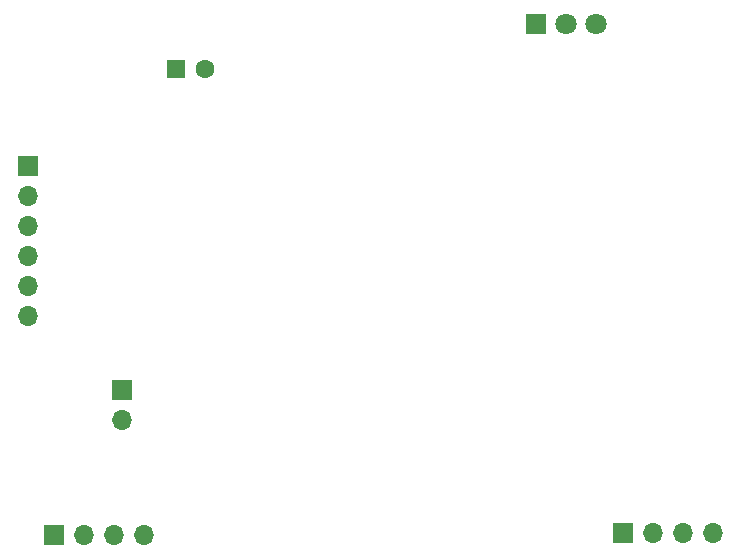
<source format=gbr>
%TF.GenerationSoftware,KiCad,Pcbnew,5.1.9+dfsg1-1*%
%TF.CreationDate,2021-05-25T15:32:43+02:00*%
%TF.ProjectId,vscp-din-wireless-esp32-can,76736370-2d64-4696-9e2d-776972656c65,rev?*%
%TF.SameCoordinates,Original*%
%TF.FileFunction,Soldermask,Bot*%
%TF.FilePolarity,Negative*%
%FSLAX46Y46*%
G04 Gerber Fmt 4.6, Leading zero omitted, Abs format (unit mm)*
G04 Created by KiCad (PCBNEW 5.1.9+dfsg1-1) date 2021-05-25 15:32:43*
%MOMM*%
%LPD*%
G01*
G04 APERTURE LIST*
%ADD10O,1.700000X1.700000*%
%ADD11R,1.700000X1.700000*%
%ADD12C,1.800000*%
%ADD13R,1.800000X1.800000*%
%ADD14C,1.600000*%
%ADD15R,1.600000X1.600000*%
G04 APERTURE END LIST*
D10*
%TO.C,J1*%
X127820000Y-97600000D03*
X125280000Y-97600000D03*
X122740000Y-97600000D03*
D11*
X120200000Y-97600000D03*
%TD*%
D10*
%TO.C,J4*%
X125984000Y-87884000D03*
D11*
X125984000Y-85344000D03*
%TD*%
D12*
%TO.C,D1*%
X166116000Y-54356000D03*
X163576000Y-54356000D03*
D13*
X161036000Y-54356000D03*
%TD*%
D14*
%TO.C,C2*%
X133056000Y-58166000D03*
D15*
X130556000Y-58166000D03*
%TD*%
D10*
%TO.C,J2*%
X176000000Y-97500000D03*
X173460000Y-97500000D03*
X170920000Y-97500000D03*
D11*
X168380000Y-97500000D03*
%TD*%
D10*
%TO.C,J3*%
X118010600Y-79095000D03*
X118010600Y-76555000D03*
X118010600Y-74015000D03*
X118010600Y-71475000D03*
X118010600Y-68935000D03*
D11*
X118010600Y-66395000D03*
%TD*%
M02*

</source>
